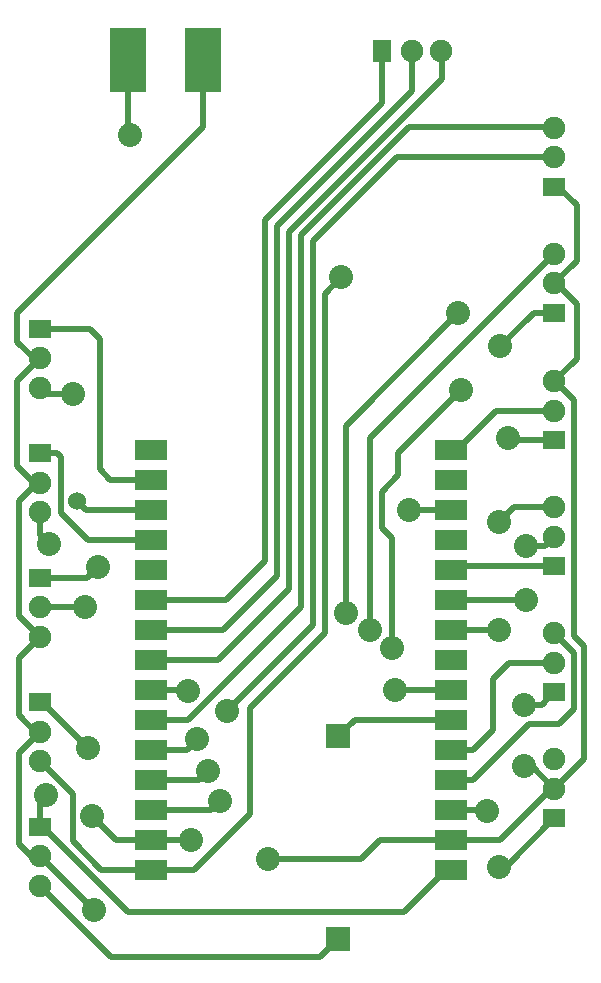
<source format=gbl>
G04 Layer: BottomLayer*
G04 EasyEDA v6.5.20, 2022-10-25 19:45:01*
G04 004633172ca84307b0cb9a9d689fa423,9a860c5992af436183867cf7ac43f068,10*
G04 Gerber Generator version 0.2*
G04 Scale: 100 percent, Rotated: No, Reflected: No *
G04 Dimensions in inches *
G04 leading zeros omitted , absolute positions ,3 integer and 6 decimal *
%FSLAX36Y36*%
%MOIN*%

%AMMACRO1*21,1,$1,$2,0,0,$3*%
%ADD10C,0.0200*%
%ADD11R,0.0600X0.0750*%
%ADD12C,0.0750*%
%ADD13R,0.0750X0.0600*%
%ADD14MACRO1,0.2126X0.1182X90.0000*%
%ADD15R,0.1083X0.0700*%
%ADD16R,0.0800X0.0800*%
%ADD17C,0.0800*%
%ADD18C,0.0600*%
%ADD19C,0.0153*%

%LPD*%
D10*
X285000Y1705000D02*
G01*
X315000Y1675000D01*
X530000Y1675000D01*
X160000Y1666570D02*
G01*
X160000Y1590000D01*
X190000Y1560000D01*
X340000Y340000D02*
G01*
X160000Y520000D01*
X530000Y575000D02*
G01*
X415000Y575000D01*
X335000Y655000D01*
X160000Y836599D02*
G01*
X270000Y726599D01*
X270000Y570000D01*
X365000Y475000D01*
X530000Y475000D01*
X920000Y510000D02*
G01*
X1230000Y510000D01*
X1295000Y575000D01*
X1530000Y575000D01*
X530000Y575000D02*
G01*
X665000Y575000D01*
X320000Y880000D02*
G01*
X166579Y1033420D01*
X160000Y1033420D01*
X1875000Y2850000D02*
G01*
X1350000Y2850000D01*
X1070000Y2570000D01*
X1070000Y1290000D01*
X785000Y1005000D01*
X1780000Y1555000D02*
G01*
X1845000Y1555000D01*
X1875000Y1585000D01*
X1690000Y1635000D02*
G01*
X1740000Y1685000D01*
X1873419Y1685000D01*
X1875000Y1683420D01*
X1530000Y1275000D02*
G01*
X1690000Y1275000D01*
X1775000Y1025000D02*
G01*
X1833401Y1025000D01*
X1875000Y1066599D01*
X1875000Y745000D02*
G01*
X1800000Y820000D01*
X1775000Y820000D01*
X1530000Y575000D02*
G01*
X1695000Y575000D01*
X1865000Y745000D01*
X1875000Y745000D01*
X1875000Y2430000D02*
G01*
X1880000Y2430000D01*
X1950000Y2360000D01*
X1950000Y2178420D01*
X1875000Y2103420D01*
X160000Y935000D02*
G01*
X145000Y935000D01*
X90000Y990000D01*
X90000Y1181599D01*
X160000Y1251599D01*
X160000Y1765000D02*
G01*
X140000Y1765000D01*
X85000Y1820000D01*
X85000Y2105000D01*
X160000Y2180000D01*
X530000Y1775000D02*
G01*
X395000Y1775000D01*
X360000Y1810000D01*
X360000Y2245000D01*
X326574Y2278425D01*
X160000Y2278425D01*
X1530000Y1475000D02*
G01*
X1541575Y1486574D01*
X1875000Y1486574D01*
X1875000Y646574D02*
G01*
X1713424Y485000D01*
X1690000Y485000D01*
X1650000Y670000D02*
G01*
X1645000Y675000D01*
X1530000Y675000D01*
X1400000Y3205000D02*
G01*
X1400000Y3070000D01*
X950000Y2620000D01*
X950000Y1455000D01*
X770000Y1275000D01*
X530000Y1275000D01*
X655000Y1070000D02*
G01*
X650000Y1075000D01*
X530000Y1075000D01*
X1875000Y2948400D02*
G01*
X1873400Y2950000D01*
X1390000Y2950000D01*
X1030000Y2590000D01*
X1030000Y1350000D01*
X655000Y975000D01*
X530000Y975000D01*
X160000Y1350000D02*
G01*
X310000Y1350000D01*
X460000Y2925000D02*
G01*
X455000Y2930000D01*
X455000Y3175000D01*
X1498400Y3205000D02*
G01*
X1500000Y3203400D01*
X1500000Y3110000D01*
X990000Y2600000D01*
X990000Y1410000D01*
X755000Y1175000D01*
X530000Y1175000D01*
X160000Y1448420D02*
G01*
X318420Y1448420D01*
X355000Y1485000D01*
X1390000Y1675000D02*
G01*
X1530000Y1675000D01*
X530000Y675000D02*
G01*
X730000Y675000D01*
X760000Y705000D01*
X1301599Y3205000D02*
G01*
X1301599Y3031599D01*
X910000Y2640000D01*
X910000Y1505000D01*
X780000Y1375000D01*
X530000Y1375000D01*
X530000Y475000D02*
G01*
X675000Y475000D01*
X860000Y660000D01*
X860000Y1015000D01*
X1110000Y1265000D01*
X1110000Y2395000D01*
X1165000Y2450000D01*
X1720000Y1915000D02*
G01*
X1728429Y1906570D01*
X1875000Y1906570D01*
X530000Y775000D02*
G01*
X690000Y775000D01*
X720000Y805000D01*
X1260000Y1275000D02*
G01*
X1260000Y1913420D01*
X1875000Y2528420D01*
X530000Y875000D02*
G01*
X650000Y875000D01*
X685000Y910000D01*
X1180000Y1330000D02*
G01*
X1180000Y1955000D01*
X1555000Y2330000D01*
X1695000Y2220000D02*
G01*
X1806570Y2331570D01*
X1875000Y2331570D01*
X1345000Y1075000D02*
G01*
X1530000Y1075000D01*
X1780000Y1375000D02*
G01*
X1530000Y1375000D01*
X160000Y935000D02*
G01*
X90000Y865000D01*
X90000Y560000D01*
X130000Y520000D01*
X160000Y520000D01*
X270000Y2060000D02*
G01*
X181599Y2060000D01*
X160000Y2081599D01*
X1875000Y2103400D02*
G01*
X1876599Y2103400D01*
X1940000Y2040000D01*
X1940000Y1255000D01*
X1975000Y1220000D01*
X1975000Y845000D01*
X1875000Y745000D01*
X160000Y421599D02*
G01*
X396599Y185000D01*
X1095000Y185000D01*
X1155000Y245000D01*
X160000Y1251599D02*
G01*
X90000Y1321599D01*
X90000Y1705000D01*
X150000Y1765000D01*
X160000Y1765000D01*
X1875000Y2751599D02*
G01*
X1888400Y2751599D01*
X1950000Y2690000D01*
X1950000Y2505000D01*
X1875000Y2430000D01*
X1335000Y1215000D02*
G01*
X1335000Y1580000D01*
X1300000Y1615000D01*
X1300000Y1735000D01*
X1355000Y1790000D01*
X1355000Y1865000D01*
X1565000Y2075000D01*
X160000Y618420D02*
G01*
X160000Y705000D01*
X180000Y725000D01*
X1530000Y1875000D02*
G01*
X1550000Y1875000D01*
X1680000Y2005000D01*
X1875000Y2005000D01*
X160000Y2180000D02*
G01*
X140000Y2180000D01*
X85000Y2235000D01*
X85000Y2330000D01*
X705000Y2950000D01*
X705000Y3175000D01*
X160000Y618400D02*
G01*
X171599Y618400D01*
X455000Y335000D01*
X1375000Y335000D01*
X1515000Y475000D01*
X1530000Y475000D01*
X1530000Y875000D02*
G01*
X1605000Y875000D01*
X1670000Y940000D01*
X1670000Y1110000D01*
X1725005Y1165005D01*
X1875000Y1165005D01*
X1530000Y775000D02*
G01*
X1605000Y775000D01*
X1790000Y960000D01*
X1890000Y960000D01*
X1940000Y1010000D01*
X1940000Y1198400D01*
X1875000Y1263400D01*
X160000Y1863400D02*
G01*
X216599Y1863400D01*
X230000Y1850000D01*
X230000Y1665000D01*
X320000Y1575000D01*
X530000Y1575000D01*
X1155000Y920000D02*
G01*
X1210000Y975000D01*
X1530000Y975000D01*
D11*
G01*
X1301580Y3205000D03*
D12*
G01*
X1400010Y3205000D03*
G01*
X1498419Y3205000D03*
D13*
G01*
X1875000Y2751570D03*
D12*
G01*
X1875000Y2850000D03*
G01*
X1875000Y2948420D03*
D13*
G01*
X1875000Y2331570D03*
D12*
G01*
X1875000Y2430000D03*
G01*
X1875000Y2528420D03*
D13*
G01*
X1875000Y1906570D03*
D12*
G01*
X1875000Y2005000D03*
G01*
X1875000Y2103420D03*
D13*
G01*
X1875000Y1486570D03*
D12*
G01*
X1875000Y1585000D03*
G01*
X1875000Y1683420D03*
D13*
G01*
X1875000Y1066570D03*
D12*
G01*
X1875000Y1165000D03*
G01*
X1875000Y1263420D03*
D13*
G01*
X1875000Y646570D03*
D12*
G01*
X1875000Y745000D03*
G01*
X1875000Y843420D03*
D13*
G01*
X160000Y2278420D03*
D12*
G01*
X160000Y2179989D03*
G01*
X160000Y2081570D03*
D13*
G01*
X160000Y1863420D03*
D12*
G01*
X160000Y1764989D03*
G01*
X160000Y1666570D03*
D13*
G01*
X160000Y1448420D03*
D12*
G01*
X160000Y1349989D03*
G01*
X160000Y1251570D03*
D13*
G01*
X160000Y1033420D03*
D12*
G01*
X160000Y934989D03*
G01*
X160000Y836570D03*
D13*
G01*
X160000Y618420D03*
D12*
G01*
X160000Y519989D03*
G01*
X160000Y421570D03*
D14*
G01*
X704995Y3175000D03*
G01*
X454995Y3175000D03*
D15*
G01*
X530000Y1875250D03*
G01*
X1530000Y1875000D03*
G01*
X530000Y1775000D03*
G01*
X1530000Y1775000D03*
G01*
X530000Y1675000D03*
G01*
X1530000Y1675000D03*
G01*
X530000Y1575000D03*
G01*
X1530000Y1575000D03*
G01*
X530000Y1475000D03*
G01*
X1530000Y1475000D03*
G01*
X530000Y1375000D03*
G01*
X1530000Y1375000D03*
G01*
X530000Y1275000D03*
G01*
X1530000Y1275000D03*
G01*
X530000Y1175000D03*
G01*
X1530000Y1175000D03*
G01*
X530000Y1075000D03*
G01*
X1530000Y1075000D03*
G01*
X530000Y975000D03*
G01*
X1530000Y975000D03*
G01*
X530000Y875000D03*
G01*
X1530000Y875000D03*
G01*
X530000Y775000D03*
G01*
X1530000Y775000D03*
G01*
X530000Y675000D03*
G01*
X1530000Y675000D03*
G01*
X530000Y575000D03*
G01*
X1530000Y575000D03*
G01*
X530000Y475000D03*
G01*
X1530000Y475000D03*
D16*
G01*
X1155000Y245000D03*
G01*
X1155000Y920000D03*
D17*
G01*
X1690000Y485000D03*
G01*
X1650000Y670000D03*
G01*
X785000Y1005000D03*
G01*
X655000Y1070000D03*
G01*
X310000Y1350000D03*
G01*
X1165000Y2450000D03*
G01*
X460000Y2925000D03*
G01*
X1775000Y820000D03*
G01*
X1775000Y1025000D03*
G01*
X1690000Y1275000D03*
G01*
X1690000Y1635000D03*
G01*
X1780000Y1375000D03*
G01*
X1780000Y1555000D03*
G01*
X1345000Y1075000D03*
G01*
X320000Y880000D03*
G01*
X665000Y575000D03*
G01*
X920000Y510000D03*
G01*
X335000Y655000D03*
G01*
X340000Y340000D03*
G01*
X180000Y725000D03*
G01*
X270000Y2060000D03*
G01*
X190000Y1560000D03*
D18*
G01*
X285000Y1705000D03*
D17*
G01*
X355000Y1485000D03*
G01*
X1390000Y1675000D03*
G01*
X760000Y705000D03*
G01*
X1335000Y1215000D03*
G01*
X1565000Y2075000D03*
G01*
X1720000Y1915000D03*
G01*
X720000Y805000D03*
G01*
X1260000Y1275000D03*
G01*
X685000Y910000D03*
G01*
X1180000Y1330000D03*
G01*
X1555000Y2330000D03*
G01*
X1695000Y2220000D03*
M02*

</source>
